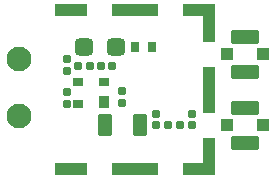
<source format=gts>
%TF.GenerationSoftware,KiCad,Pcbnew,6.0.4-6f826c9f35~116~ubuntu18.04.1*%
%TF.CreationDate,2022-04-20T20:45:48+02:00*%
%TF.ProjectId,FETProbe_tiny,46455450-726f-4626-955f-74696e792e6b,rev?*%
%TF.SameCoordinates,Original*%
%TF.FileFunction,Soldermask,Top*%
%TF.FilePolarity,Negative*%
%FSLAX46Y46*%
G04 Gerber Fmt 4.6, Leading zero omitted, Abs format (unit mm)*
G04 Created by KiCad (PCBNEW 6.0.4-6f826c9f35~116~ubuntu18.04.1) date 2022-04-20 20:45:48*
%MOMM*%
%LPD*%
G01*
G04 APERTURE LIST*
G04 Aperture macros list*
%AMRoundRect*
0 Rectangle with rounded corners*
0 $1 Rounding radius*
0 $2 $3 $4 $5 $6 $7 $8 $9 X,Y pos of 4 corners*
0 Add a 4 corners polygon primitive as box body*
4,1,4,$2,$3,$4,$5,$6,$7,$8,$9,$2,$3,0*
0 Add four circle primitives for the rounded corners*
1,1,$1+$1,$2,$3*
1,1,$1+$1,$4,$5*
1,1,$1+$1,$6,$7*
1,1,$1+$1,$8,$9*
0 Add four rect primitives between the rounded corners*
20,1,$1+$1,$2,$3,$4,$5,0*
20,1,$1+$1,$4,$5,$6,$7,0*
20,1,$1+$1,$6,$7,$8,$9,0*
20,1,$1+$1,$8,$9,$2,$3,0*%
G04 Aperture macros list end*
%ADD10RoundRect,0.050000X-0.500000X0.500000X-0.500000X-0.500000X0.500000X-0.500000X0.500000X0.500000X0*%
%ADD11RoundRect,0.050000X-1.100000X0.525000X-1.100000X-0.525000X1.100000X-0.525000X1.100000X0.525000X0*%
%ADD12RoundRect,0.050000X-0.825000X-0.500000X0.825000X-0.500000X0.825000X0.500000X-0.825000X0.500000X0*%
%ADD13RoundRect,0.050000X-0.500000X-1.065000X0.500000X-1.065000X0.500000X1.065000X-0.500000X1.065000X0*%
%ADD14RoundRect,0.050000X-0.500000X-0.500000X0.500000X-0.500000X0.500000X0.500000X-0.500000X0.500000X0*%
%ADD15RoundRect,0.050000X-1.900000X-0.500000X1.900000X-0.500000X1.900000X0.500000X-1.900000X0.500000X0*%
%ADD16RoundRect,0.050000X-0.500000X-1.900000X0.500000X-1.900000X0.500000X1.900000X-0.500000X1.900000X0*%
%ADD17RoundRect,0.050000X0.350000X0.500000X-0.350000X0.500000X-0.350000X-0.500000X0.350000X-0.500000X0*%
%ADD18RoundRect,0.050000X0.350000X0.300000X-0.350000X0.300000X-0.350000X-0.300000X0.350000X-0.300000X0*%
%ADD19RoundRect,0.185000X-0.135000X-0.185000X0.135000X-0.185000X0.135000X0.185000X-0.135000X0.185000X0*%
%ADD20RoundRect,0.300000X0.450000X0.425000X-0.450000X0.425000X-0.450000X-0.425000X0.450000X-0.425000X0*%
%ADD21RoundRect,0.185000X-0.185000X0.135000X-0.185000X-0.135000X0.185000X-0.135000X0.185000X0.135000X0*%
%ADD22C,2.100000*%
%ADD23RoundRect,0.190000X-0.170000X0.140000X-0.170000X-0.140000X0.170000X-0.140000X0.170000X0.140000X0*%
%ADD24RoundRect,0.190000X0.140000X0.170000X-0.140000X0.170000X-0.140000X-0.170000X0.140000X-0.170000X0*%
%ADD25RoundRect,0.300000X-0.325000X-0.650000X0.325000X-0.650000X0.325000X0.650000X-0.325000X0.650000X0*%
%ADD26RoundRect,0.050000X0.300000X0.350000X-0.300000X0.350000X-0.300000X-0.350000X0.300000X-0.350000X0*%
%ADD27RoundRect,0.197500X-0.147500X-0.172500X0.147500X-0.172500X0.147500X0.172500X-0.147500X0.172500X0*%
%ADD28RoundRect,0.185000X0.185000X-0.135000X0.185000X0.135000X-0.185000X0.135000X-0.185000X-0.135000X0*%
G04 APERTURE END LIST*
D10*
X121000000Y-103000000D03*
X124000000Y-103000000D03*
D11*
X122500000Y-101525000D03*
X122500000Y-104475000D03*
D12*
X108275000Y-106730000D03*
X108275000Y-93270000D03*
D13*
X119450000Y-94835000D03*
D14*
X119450000Y-106730000D03*
X119450000Y-93270000D03*
D15*
X113200000Y-106730000D03*
D13*
X119450000Y-105165000D03*
D16*
X119450000Y-100000000D03*
D12*
X118125000Y-93270000D03*
D14*
X106950000Y-93270000D03*
X106950000Y-106730000D03*
D12*
X118125000Y-106730000D03*
D15*
X113200000Y-93270000D03*
D17*
X110600000Y-101050000D03*
D18*
X110600000Y-99350000D03*
X108400000Y-99350000D03*
X108400000Y-101250000D03*
D19*
X108390000Y-98000000D03*
X109410000Y-98000000D03*
D20*
X111550000Y-96400000D03*
X108850000Y-96400000D03*
D21*
X107400000Y-100190000D03*
X107400000Y-101210000D03*
D10*
X121000000Y-97000000D03*
X124000000Y-97000000D03*
D11*
X122500000Y-98475000D03*
X122500000Y-95525000D03*
D21*
X107400000Y-97390000D03*
X107400000Y-98410000D03*
D22*
X103370000Y-102190000D03*
D23*
X115000000Y-102040000D03*
X115000000Y-103000000D03*
D24*
X111280000Y-98000000D03*
X110320000Y-98000000D03*
D22*
X103400000Y-97400000D03*
D23*
X118000000Y-102040000D03*
X118000000Y-103000000D03*
D25*
X110625000Y-103000000D03*
X113575000Y-103000000D03*
D26*
X113200000Y-96400000D03*
X114600000Y-96400000D03*
D27*
X116015000Y-103000000D03*
X116985000Y-103000000D03*
D28*
X112100000Y-101110000D03*
X112100000Y-100090000D03*
M02*

</source>
